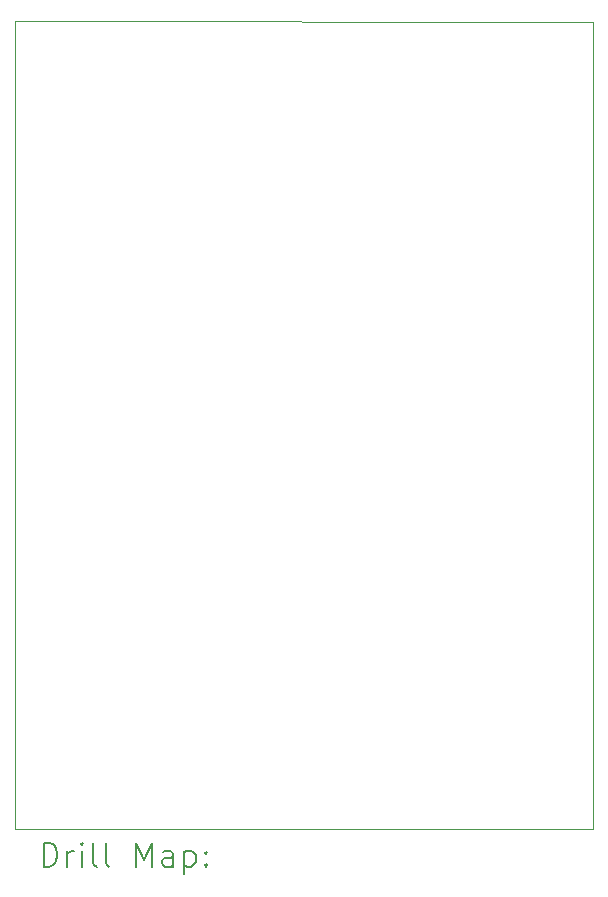
<source format=gbr>
%TF.GenerationSoftware,KiCad,Pcbnew,7.0.1*%
%TF.CreationDate,2023-07-15T13:09:52+01:00*%
%TF.ProjectId,ElectronULA,456c6563-7472-46f6-9e55-4c412e6b6963,rev?*%
%TF.SameCoordinates,Original*%
%TF.FileFunction,Drillmap*%
%TF.FilePolarity,Positive*%
%FSLAX45Y45*%
G04 Gerber Fmt 4.5, Leading zero omitted, Abs format (unit mm)*
G04 Created by KiCad (PCBNEW 7.0.1) date 2023-07-15 13:09:52*
%MOMM*%
%LPD*%
G01*
G04 APERTURE LIST*
%ADD10C,0.050000*%
%ADD11C,0.200000*%
G04 APERTURE END LIST*
D10*
X17866170Y-5628370D02*
X17868392Y-12467082D01*
X12970002Y-12467082D02*
X12970320Y-5627100D01*
X17868392Y-12467082D02*
X12970002Y-12467082D01*
X12970320Y-5627100D02*
X17866170Y-5628370D01*
D11*
X13215121Y-12782106D02*
X13215121Y-12582106D01*
X13215121Y-12582106D02*
X13262740Y-12582106D01*
X13262740Y-12582106D02*
X13291311Y-12591630D01*
X13291311Y-12591630D02*
X13310359Y-12610677D01*
X13310359Y-12610677D02*
X13319883Y-12629725D01*
X13319883Y-12629725D02*
X13329407Y-12667820D01*
X13329407Y-12667820D02*
X13329407Y-12696391D01*
X13329407Y-12696391D02*
X13319883Y-12734487D01*
X13319883Y-12734487D02*
X13310359Y-12753534D01*
X13310359Y-12753534D02*
X13291311Y-12772582D01*
X13291311Y-12772582D02*
X13262740Y-12782106D01*
X13262740Y-12782106D02*
X13215121Y-12782106D01*
X13415121Y-12782106D02*
X13415121Y-12648772D01*
X13415121Y-12686868D02*
X13424645Y-12667820D01*
X13424645Y-12667820D02*
X13434169Y-12658296D01*
X13434169Y-12658296D02*
X13453216Y-12648772D01*
X13453216Y-12648772D02*
X13472264Y-12648772D01*
X13538930Y-12782106D02*
X13538930Y-12648772D01*
X13538930Y-12582106D02*
X13529407Y-12591630D01*
X13529407Y-12591630D02*
X13538930Y-12601153D01*
X13538930Y-12601153D02*
X13548454Y-12591630D01*
X13548454Y-12591630D02*
X13538930Y-12582106D01*
X13538930Y-12582106D02*
X13538930Y-12601153D01*
X13662740Y-12782106D02*
X13643692Y-12772582D01*
X13643692Y-12772582D02*
X13634169Y-12753534D01*
X13634169Y-12753534D02*
X13634169Y-12582106D01*
X13767502Y-12782106D02*
X13748454Y-12772582D01*
X13748454Y-12772582D02*
X13738930Y-12753534D01*
X13738930Y-12753534D02*
X13738930Y-12582106D01*
X13996073Y-12782106D02*
X13996073Y-12582106D01*
X13996073Y-12582106D02*
X14062740Y-12724963D01*
X14062740Y-12724963D02*
X14129407Y-12582106D01*
X14129407Y-12582106D02*
X14129407Y-12782106D01*
X14310359Y-12782106D02*
X14310359Y-12677344D01*
X14310359Y-12677344D02*
X14300835Y-12658296D01*
X14300835Y-12658296D02*
X14281788Y-12648772D01*
X14281788Y-12648772D02*
X14243692Y-12648772D01*
X14243692Y-12648772D02*
X14224645Y-12658296D01*
X14310359Y-12772582D02*
X14291311Y-12782106D01*
X14291311Y-12782106D02*
X14243692Y-12782106D01*
X14243692Y-12782106D02*
X14224645Y-12772582D01*
X14224645Y-12772582D02*
X14215121Y-12753534D01*
X14215121Y-12753534D02*
X14215121Y-12734487D01*
X14215121Y-12734487D02*
X14224645Y-12715439D01*
X14224645Y-12715439D02*
X14243692Y-12705915D01*
X14243692Y-12705915D02*
X14291311Y-12705915D01*
X14291311Y-12705915D02*
X14310359Y-12696391D01*
X14405597Y-12648772D02*
X14405597Y-12848772D01*
X14405597Y-12658296D02*
X14424645Y-12648772D01*
X14424645Y-12648772D02*
X14462740Y-12648772D01*
X14462740Y-12648772D02*
X14481788Y-12658296D01*
X14481788Y-12658296D02*
X14491311Y-12667820D01*
X14491311Y-12667820D02*
X14500835Y-12686868D01*
X14500835Y-12686868D02*
X14500835Y-12744010D01*
X14500835Y-12744010D02*
X14491311Y-12763058D01*
X14491311Y-12763058D02*
X14481788Y-12772582D01*
X14481788Y-12772582D02*
X14462740Y-12782106D01*
X14462740Y-12782106D02*
X14424645Y-12782106D01*
X14424645Y-12782106D02*
X14405597Y-12772582D01*
X14586550Y-12763058D02*
X14596073Y-12772582D01*
X14596073Y-12772582D02*
X14586550Y-12782106D01*
X14586550Y-12782106D02*
X14577026Y-12772582D01*
X14577026Y-12772582D02*
X14586550Y-12763058D01*
X14586550Y-12763058D02*
X14586550Y-12782106D01*
X14586550Y-12658296D02*
X14596073Y-12667820D01*
X14596073Y-12667820D02*
X14586550Y-12677344D01*
X14586550Y-12677344D02*
X14577026Y-12667820D01*
X14577026Y-12667820D02*
X14586550Y-12658296D01*
X14586550Y-12658296D02*
X14586550Y-12677344D01*
M02*

</source>
